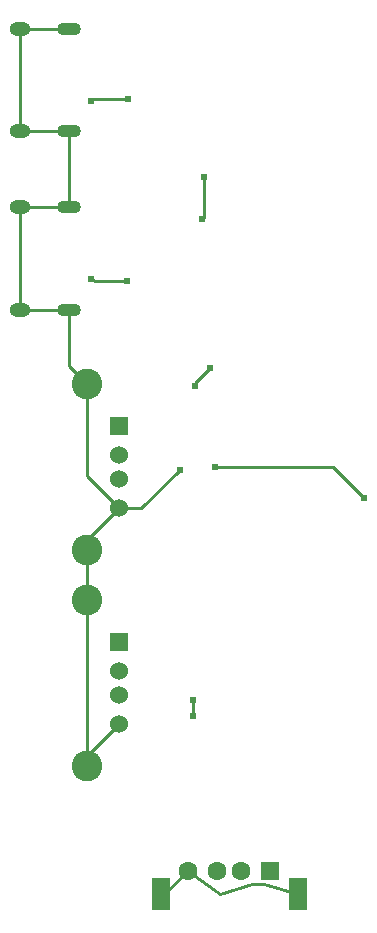
<source format=gbl>
G04 Layer: BottomLayer*
G04 EasyEDA Pro v2.2.44.9, 2025-12-02 00:09:12*
G04 Gerber Generator version 0.3*
G04 Scale: 100 percent, Rotated: No, Reflected: No*
G04 Dimensions in millimeters*
G04 Leading zeros omitted, absolute positions, 4 integers and 5 decimals*
G04 Generated by one-click*
%FSLAX45Y45*%
%MOMM*%
%ADD10C,0.254*%
%ADD11C,2.59999*%
%ADD12C,1.524*%
%ADD13R,1.524X1.524*%
%ADD14O,2.0X1.1*%
%ADD15O,1.8X1.2*%
%ADD16R,1.6X2.79999*%
%ADD17R,1.6043X1.6*%
%ADD18R,1.6X1.6*%
%ADD19C,1.6*%
%ADD20C,0.6096*%
G75*


G04 PolygonModel Start*
G54D10*
G01X1964296Y2177313D02*
G01X1693304Y1906321D01*
G01X1693304Y3735121D01*
G01X1964296Y4006113D01*
G01X1693304Y4277106D01*
G01X1693304Y5056099D01*
G01X1541412Y5207991D01*
G01X1541412Y5688902D01*
G01X1121396Y5688902D01*
G01X1121396Y6553897D01*
G01X1121397Y6553899D01*
G01X1541412Y6553899D01*
G01X1541412Y7200202D01*
G01X1121397Y7200202D01*
G01X1121397Y8065199D01*
G01X1541412Y8065199D01*
G01X2590800Y2247900D02*
G01X2590800Y2361393D01*
G01X2032000Y5930900D02*
G01X1752600Y5930900D01*
G01X1739900Y5943600D01*
G01X2037617Y7472032D02*
G01X1744332Y7472032D01*
G01X1727200Y7454900D01*
G01X2679700Y6807200D02*
G01X2679700Y6464300D01*
G01X2667000Y6451600D01*
G01X2730500Y5194300D02*
G01X2603500Y5067300D01*
G01X2603500Y5041900D01*
G01X2772571Y4356105D02*
G01X3771895Y4356105D01*
G01X4038600Y4089400D01*
G01X2476500Y4330700D02*
G01X2151913Y4006113D01*
G01X1964296Y4006113D01*
G01X2545601Y938200D02*
G01X2345601Y738200D01*
G01X2315604Y738200D01*
G01X2545601Y938200D02*
G01X2817395Y738200D01*
G01X3087259Y825500D01*
G01X3187753Y825500D01*
G01X3475596Y738200D01*

G04 Pad Start*
G54D11*
G01X1693304Y5056099D03*
G01X1693304Y3656101D03*
G54D12*
G01X1964296Y4006113D03*
G01X1964296Y4256100D03*
G01X1964296Y4456100D03*
G54D13*
G01X1964296Y4706112D03*
G54D11*
G01X1693304Y3227299D03*
G01X1693304Y1827301D03*
G54D12*
G01X1964296Y2177313D03*
G01X1964296Y2427300D03*
G01X1964296Y2627300D03*
G54D13*
G01X1964296Y2877312D03*
G54D14*
G01X1541412Y6553899D03*
G01X1541412Y5688902D03*
G54D15*
G01X1121397Y6553899D03*
G01X1121397Y5688902D03*
G54D14*
G01X1541412Y8065199D03*
G01X1541412Y7200202D03*
G54D15*
G01X1121397Y8065199D03*
G01X1121397Y7200202D03*
G54D16*
G01X2315604Y738200D03*
G01X3475596Y738200D03*
G54D18*
G01X3245599Y938200D03*
G54D19*
G01X2995613Y938200D03*
G01X2795613Y938200D03*
G01X2545601Y938200D03*
G04 Pad End*

G04 Via Start*
G54D20*
G01X2590800Y2247900D03*
G01X2590800Y2386793D03*
G01X2032000Y5930900D03*
G01X1727200Y5943600D03*
G01X2037617Y7472032D03*
G01X1727200Y7454900D03*
G01X2679700Y6807200D03*
G01X2667000Y6451600D03*
G01X2730500Y5194300D03*
G01X2603500Y5041900D03*
G01X2772571Y4356105D03*
G01X4038600Y4089400D03*
G01X2476500Y4330700D03*
G04 Via End*

M02*


</source>
